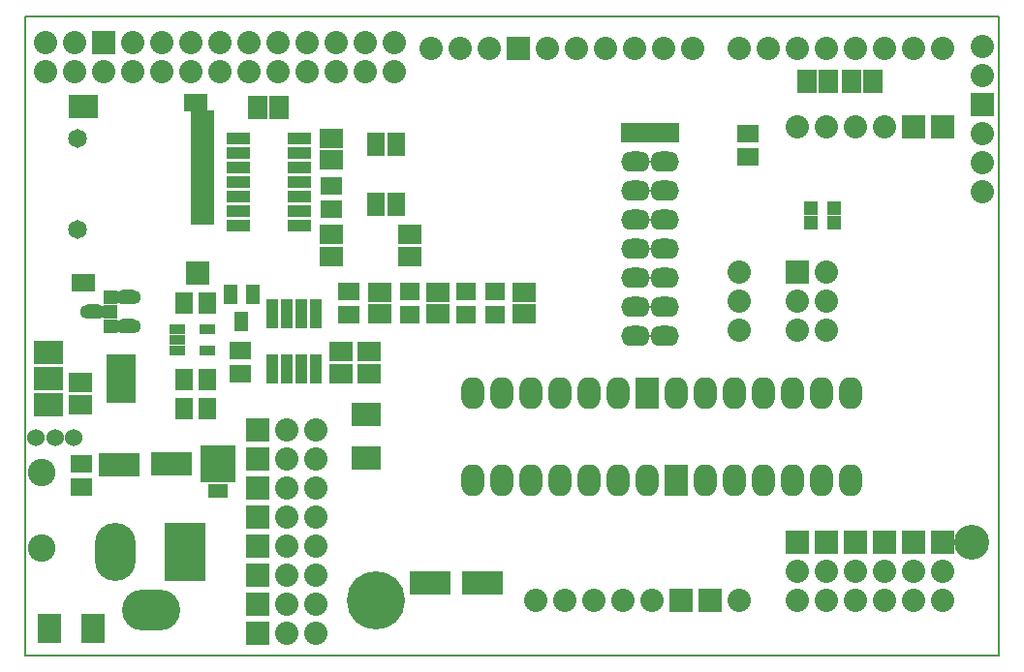
<source format=gts>
G04 (created by PCBNEW (2013-03-15 BZR 4003)-stable) date 14-Jun-13 12:24:45 PM*
%MOIN*%
G04 Gerber Fmt 3.4, Leading zero omitted, Abs format*
%FSLAX34Y34*%
G01*
G70*
G90*
G04 APERTURE LIST*
%ADD10C,2.3622e-006*%
%ADD11C,0.005*%
%ADD12R,0.08X0.08*%
%ADD13C,0.08*%
%ADD14R,0.076X0.062*%
%ADD15R,0.07X0.06*%
%ADD16R,0.081X0.0397*%
%ADD17R,0.0594X0.0791*%
%ADD18R,0.062X0.076*%
%ADD19R,0.0712X0.079*%
%ADD20R,0.079X0.0712*%
%ADD21C,0.06*%
%ADD22R,0.054X0.0336*%
%ADD23R,0.1X0.17*%
%ADD24R,0.1X0.08*%
%ADD25R,0.0515X0.0672*%
%ADD26R,0.044X0.1*%
%ADD27R,0.14X0.084*%
%ADD28R,0.1X0.07*%
%ADD29O,0.1X0.07*%
%ADD30C,0.095*%
%ADD31R,0.08X0.05*%
%ADD32R,0.08X0.06*%
%ADD33C,0.065*%
%ADD34R,0.05X0.05*%
%ADD35R,0.08X0.1*%
%ADD36R,0.12X0.125*%
%ADD37R,0.07X0.05*%
%ADD38O,0.14X0.2*%
%ADD39R,0.14X0.2*%
%ADD40O,0.2X0.14*%
%ADD41O,0.09X0.05*%
%ADD42C,0.2*%
%ADD43C,0.12*%
%ADD44O,0.08X0.11*%
%ADD45R,0.08X0.11*%
G04 APERTURE END LIST*
G54D10*
G54D11*
X43500Y-32000D02*
X43500Y-10000D01*
X10000Y-10000D02*
X43500Y-10000D01*
X43500Y-32000D02*
X10000Y-32000D01*
X10000Y-32000D02*
X10000Y-10000D01*
G54D12*
X18000Y-31250D03*
X18000Y-30250D03*
X18000Y-29250D03*
X18000Y-28250D03*
X18000Y-27250D03*
X18000Y-26250D03*
X18000Y-25250D03*
X18000Y-24250D03*
G54D13*
X19000Y-31250D03*
X19000Y-30250D03*
X19000Y-29250D03*
X19000Y-28250D03*
X19000Y-27250D03*
X19000Y-26250D03*
X19000Y-25250D03*
X19000Y-24250D03*
G54D14*
X11925Y-26225D03*
X11925Y-25425D03*
X17400Y-21525D03*
X17400Y-22325D03*
G54D15*
X23225Y-19475D03*
X23225Y-20275D03*
X26175Y-20275D03*
X26175Y-19475D03*
X25175Y-20275D03*
X25175Y-19475D03*
G54D14*
X20550Y-16650D03*
X20550Y-15850D03*
G54D16*
X17325Y-14225D03*
X17325Y-14725D03*
X17325Y-15225D03*
X17325Y-15725D03*
X17325Y-16225D03*
X17325Y-16725D03*
X17325Y-17225D03*
X19425Y-17225D03*
X19425Y-16725D03*
X19425Y-16225D03*
X19425Y-15725D03*
X19425Y-15225D03*
X19425Y-14725D03*
X19425Y-14225D03*
G54D17*
X22075Y-14425D03*
X22075Y-16475D03*
X22775Y-16475D03*
X22775Y-14425D03*
G54D14*
X34875Y-14050D03*
X34875Y-14850D03*
G54D18*
X15475Y-23525D03*
X16275Y-23525D03*
X16275Y-19875D03*
X15475Y-19875D03*
X15475Y-22525D03*
X16275Y-22525D03*
G54D19*
X18750Y-13150D03*
X18000Y-13150D03*
G54D20*
X20550Y-14950D03*
X20550Y-14200D03*
X20550Y-18275D03*
X20550Y-17525D03*
X23225Y-18275D03*
X23225Y-17525D03*
X24200Y-19500D03*
X24200Y-20250D03*
X27175Y-19500D03*
X27175Y-20250D03*
G54D21*
X11675Y-24500D03*
X11025Y-24500D03*
X10375Y-24500D03*
G54D20*
X20875Y-21550D03*
X20875Y-22300D03*
X21850Y-22300D03*
X21850Y-21550D03*
X22200Y-19500D03*
X22200Y-20250D03*
G54D22*
X15225Y-20775D03*
X15225Y-21525D03*
X15225Y-21150D03*
X16275Y-21525D03*
X16275Y-20775D03*
G54D23*
X13300Y-22475D03*
G54D24*
X10800Y-22475D03*
X10800Y-23375D03*
X10800Y-21575D03*
G54D25*
X17825Y-19575D03*
X17450Y-20525D03*
X17075Y-19575D03*
G54D26*
X18500Y-20250D03*
X18500Y-22150D03*
X19000Y-20250D03*
X19500Y-20250D03*
X20000Y-20250D03*
X19000Y-22150D03*
X19500Y-22150D03*
X20000Y-22150D03*
G54D14*
X21150Y-19475D03*
X21150Y-20275D03*
G54D27*
X23925Y-29525D03*
X25725Y-29500D03*
X15025Y-25425D03*
X13225Y-25450D03*
G54D13*
X20000Y-31250D03*
X20000Y-30250D03*
X20000Y-29250D03*
X20000Y-28250D03*
X20000Y-27250D03*
X20000Y-26250D03*
X20000Y-25250D03*
X20000Y-24250D03*
X42950Y-11050D03*
X42950Y-12050D03*
G54D12*
X42950Y-13050D03*
G54D13*
X42950Y-14050D03*
X42950Y-15050D03*
X42950Y-16050D03*
G54D28*
X31000Y-14000D03*
G54D29*
X31000Y-15000D03*
X31000Y-16000D03*
X31000Y-17000D03*
X31000Y-18000D03*
X31000Y-19000D03*
X31000Y-20000D03*
X31000Y-21000D03*
G54D28*
X32000Y-14000D03*
G54D29*
X32000Y-15000D03*
X32000Y-16000D03*
X32000Y-17000D03*
X32000Y-18000D03*
X32000Y-19000D03*
X32000Y-20000D03*
X32000Y-21000D03*
G54D30*
X10575Y-28300D03*
X10575Y-25700D03*
G54D13*
X37575Y-20800D03*
X36575Y-20800D03*
X37575Y-19800D03*
X36575Y-19800D03*
X37575Y-18800D03*
G54D12*
X36575Y-18800D03*
G54D31*
X16100Y-15225D03*
X16100Y-14792D03*
X16100Y-14359D03*
X16100Y-13926D03*
X16100Y-13493D03*
X16100Y-15658D03*
X16100Y-16091D03*
X16100Y-16524D03*
X16100Y-16957D03*
G54D32*
X15864Y-12963D03*
G54D24*
X12016Y-13099D03*
G54D32*
X12016Y-19162D03*
G54D12*
X15946Y-18840D03*
G54D33*
X11800Y-14200D03*
X11800Y-17350D03*
G54D34*
X37825Y-17100D03*
X37825Y-16625D03*
X37025Y-17100D03*
X37025Y-16625D03*
G54D35*
X12325Y-31075D03*
X10825Y-31075D03*
G54D24*
X21725Y-23725D03*
X21725Y-25225D03*
G54D36*
X16650Y-25425D03*
G54D37*
X16650Y-26350D03*
G54D38*
X13100Y-28450D03*
G54D39*
X15500Y-28450D03*
G54D40*
X14350Y-30450D03*
G54D13*
X10700Y-11900D03*
X10700Y-10900D03*
X11700Y-11900D03*
X11700Y-10900D03*
X12700Y-11900D03*
G54D12*
X12700Y-10900D03*
G54D13*
X13700Y-11900D03*
X13700Y-10900D03*
X14700Y-11900D03*
X14700Y-10900D03*
X15700Y-11900D03*
X15700Y-10900D03*
X16700Y-11900D03*
X16700Y-10900D03*
X17700Y-11900D03*
X17700Y-10900D03*
X18700Y-11900D03*
X18700Y-10900D03*
X19700Y-11900D03*
X19700Y-10900D03*
X20700Y-11900D03*
X20700Y-10900D03*
X21700Y-11900D03*
X21700Y-10900D03*
X22700Y-11900D03*
X22700Y-10900D03*
X34575Y-18800D03*
X34575Y-19800D03*
X34575Y-20800D03*
X41575Y-29125D03*
X40575Y-29125D03*
X39575Y-29125D03*
X38575Y-29125D03*
X37575Y-29125D03*
X36575Y-29125D03*
G54D12*
X41575Y-28125D03*
X40575Y-28125D03*
X39575Y-28125D03*
X38575Y-28125D03*
X37575Y-28125D03*
X36575Y-28125D03*
G54D41*
X13550Y-19675D03*
X13550Y-20675D03*
X12350Y-20175D03*
G54D34*
X12950Y-20675D03*
X12950Y-20175D03*
X12950Y-19675D03*
G54D20*
X11900Y-23375D03*
X11900Y-22625D03*
G54D12*
X41575Y-13800D03*
X40575Y-13800D03*
G54D13*
X39575Y-13800D03*
X38575Y-13800D03*
X37575Y-13800D03*
X36575Y-13800D03*
X41575Y-30125D03*
X40575Y-30125D03*
X39575Y-30125D03*
X36575Y-30125D03*
X37575Y-30125D03*
X38575Y-30125D03*
X34575Y-30125D03*
G54D12*
X33575Y-30125D03*
X32575Y-30125D03*
G54D13*
X30575Y-30125D03*
X29575Y-30125D03*
X41575Y-11125D03*
X40575Y-11125D03*
X39575Y-11125D03*
X38575Y-11125D03*
X37575Y-11125D03*
X36575Y-11125D03*
X35575Y-11125D03*
X34575Y-11125D03*
X32975Y-11125D03*
X31975Y-11125D03*
X30975Y-11125D03*
X29975Y-11125D03*
X28975Y-11125D03*
X27975Y-11125D03*
G54D12*
X26975Y-11125D03*
G54D13*
X25975Y-11125D03*
X31575Y-30125D03*
G54D42*
X22075Y-30125D03*
G54D43*
X42575Y-28125D03*
G54D13*
X28575Y-30125D03*
X27575Y-30125D03*
X24975Y-11125D03*
X23975Y-11125D03*
G54D44*
X37400Y-22975D03*
X36400Y-22975D03*
X35400Y-22975D03*
X34400Y-22975D03*
X33400Y-22975D03*
X32400Y-22975D03*
G54D45*
X31400Y-22975D03*
G54D44*
X30400Y-22975D03*
X29400Y-22975D03*
X28400Y-22975D03*
X27400Y-22975D03*
X26400Y-22975D03*
X25400Y-22975D03*
X38400Y-22975D03*
X25400Y-25975D03*
X26400Y-25975D03*
X27400Y-25975D03*
X28400Y-25975D03*
X29400Y-25975D03*
X30400Y-25975D03*
X31400Y-25975D03*
G54D45*
X32400Y-25975D03*
G54D44*
X33400Y-25975D03*
X34400Y-25975D03*
X35400Y-25975D03*
X36400Y-25975D03*
X37400Y-25975D03*
X38400Y-25975D03*
G54D19*
X36900Y-12250D03*
X37650Y-12250D03*
X38425Y-12250D03*
X39175Y-12250D03*
M02*

</source>
